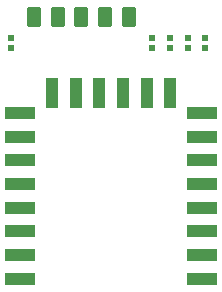
<source format=gbr>
%TF.GenerationSoftware,KiCad,Pcbnew,7.0.10-7.0.10~ubuntu22.04.1*%
%TF.CreationDate,2024-01-12T01:12:04+11:00*%
%TF.ProjectId,Zemismart-ZM25TQ-TYW-ESP8266-Direct-Board,5a656d69-736d-4617-9274-2d5a4d323554,1*%
%TF.SameCoordinates,Original*%
%TF.FileFunction,Soldermask,Top*%
%TF.FilePolarity,Negative*%
%FSLAX46Y46*%
G04 Gerber Fmt 4.6, Leading zero omitted, Abs format (unit mm)*
G04 Created by KiCad (PCBNEW 7.0.10-7.0.10~ubuntu22.04.1) date 2024-01-12 01:12:04*
%MOMM*%
%LPD*%
G01*
G04 APERTURE LIST*
G04 Aperture macros list*
%AMRoundRect*
0 Rectangle with rounded corners*
0 $1 Rounding radius*
0 $2 $3 $4 $5 $6 $7 $8 $9 X,Y pos of 4 corners*
0 Add a 4 corners polygon primitive as box body*
4,1,4,$2,$3,$4,$5,$6,$7,$8,$9,$2,$3,0*
0 Add four circle primitives for the rounded corners*
1,1,$1+$1,$2,$3*
1,1,$1+$1,$4,$5*
1,1,$1+$1,$6,$7*
1,1,$1+$1,$8,$9*
0 Add four rect primitives between the rounded corners*
20,1,$1+$1,$2,$3,$4,$5,0*
20,1,$1+$1,$4,$5,$6,$7,0*
20,1,$1+$1,$6,$7,$8,$9,0*
20,1,$1+$1,$8,$9,$2,$3,0*%
G04 Aperture macros list end*
%ADD10R,0.540005X0.565659*%
%ADD11RoundRect,0.250000X-0.350000X-0.625000X0.350000X-0.625000X0.350000X0.625000X-0.350000X0.625000X0*%
%ADD12R,2.500000X1.100000*%
%ADD13R,1.100000X2.500000*%
G04 APERTURE END LIST*
D10*
%TO.C,R1*%
X153500000Y-86634366D03*
X153500000Y-87500000D03*
%TD*%
%TO.C,R3*%
X152000000Y-86634366D03*
X152000000Y-87500000D03*
%TD*%
%TO.C,R2*%
X155000000Y-86634366D03*
X155000000Y-87500000D03*
%TD*%
D11*
%TO.C,J1*%
X140494000Y-84836000D03*
X142494000Y-84836000D03*
X144494000Y-84836000D03*
X146494000Y-84836000D03*
X148494000Y-84836000D03*
%TD*%
D12*
%TO.C,U1*%
X154700000Y-107000000D03*
X154700000Y-105000000D03*
X154700000Y-103000000D03*
X154700000Y-101000000D03*
X154700000Y-99000000D03*
X154700000Y-97000000D03*
X154700000Y-95000000D03*
X154700000Y-93000000D03*
X139300000Y-93000000D03*
X139300000Y-95000000D03*
X139300000Y-97000000D03*
X139300000Y-99000000D03*
X139300000Y-101000000D03*
X139300000Y-103000000D03*
X139300000Y-105000000D03*
X139300000Y-107000000D03*
D13*
X152010000Y-91300000D03*
X150010000Y-91300000D03*
X148010000Y-91300000D03*
X146010000Y-91300000D03*
X144010000Y-91300000D03*
X142010000Y-91300000D03*
%TD*%
D10*
%TO.C,R5*%
X138500000Y-86634366D03*
X138500000Y-87500000D03*
%TD*%
%TO.C,R4*%
X150500000Y-86634366D03*
X150500000Y-87500000D03*
%TD*%
M02*

</source>
